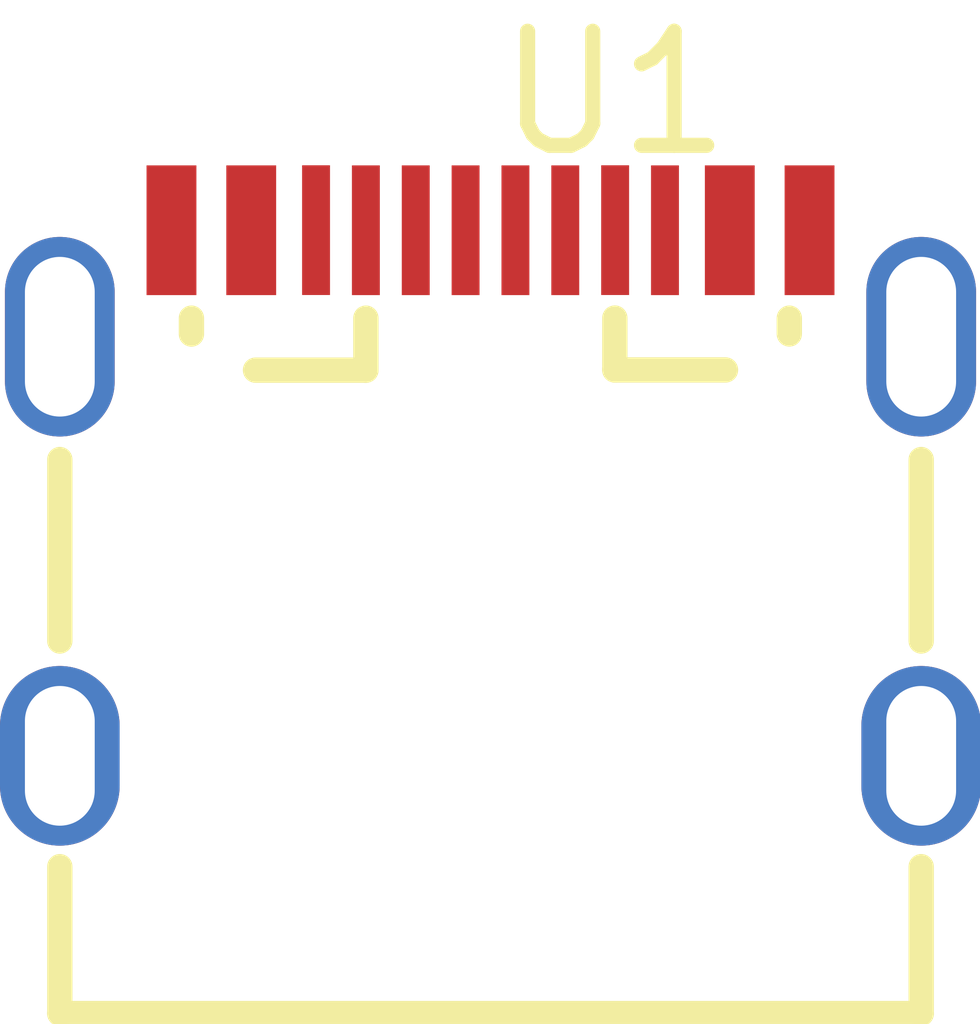
<source format=kicad_pcb>
(kicad_pcb (version 20171130) (host pcbnew "(5.1.5)-3") (page "A4") (layers (0 "F.Cu" signal) (31 "B.Cu" signal) (32 "B.Adhes" user) (33 "F.Adhes" user) (34 "B.Paste" user) (35 "F.Paste" user) (36 "B.SilkS" user) (37 "F.SilkS" user) (38 "B.Mask" user) (39 "F.Mask" user) (40 "Dwgs.User" user) (41 "Cmts.User" user) (42 "Eco1.User" user) (43 "Eco2.User" user) (44 "Edge.Cuts" user) (45 "Margin" user) (46 "B.CrtYd" user) (47 "F.CrtYd" user) (48 "B.Fab" user hide) (49 "F.Fab" user hide)) (net 0 "") (module "easyeda:USB-C-SMD_TYPE-C-USB-17" (layer "F.Cu") (at 12.7 12.7) (attr smd) (fp_text value "USB-C-SMD_TYPE-C-USB-17" (at 0 -5.783 0) (layer "F.Fab") hide (effects (font (size 1.143 1.143) (thickness 0.152)) (justify left))) (fp_text reference "U1" (at 0 -4.005 0) (layer "F.SilkS") (effects (font (size 1.143 1.143) (thickness 0.152)) (justify left))) (fp_line (start -3 -1.593) (end -3 -1.752) (width 0.254) (layer "F.SilkS")) (fp_line (start 4.32 5.217) (end -4.32 5.217) (width 0.254) (layer "F.SilkS")) (fp_line (start -2.357 -1.231) (end -1.25 -1.231) (width 0.254) (layer "F.SilkS")) (fp_line (start -1.25 -1.231) (end -1.25 -1.752) (width 0.254) (layer "F.SilkS")) (fp_line (start 1.247 -1.233) (end 1.247 -1.753) (width 0.254) (layer "F.SilkS")) (fp_line (start 2.997 -1.594) (end 2.997 -1.752) (width 0.254) (layer "F.SilkS")) (fp_line (start 1.247 -1.233) (end 2.357 -1.233) (width 0.254) (layer "F.SilkS")) (fp_line (start 4.32 5.217) (end 4.32 3.745) (width 0.254) (layer "F.SilkS")) (fp_line (start 4.32 1.483) (end 4.32 -0.335) (width 0.254) (layer "F.SilkS")) (fp_line (start -4.32 5.217) (end -4.32 3.745) (width 0.254) (layer "F.SilkS")) (fp_line (start -4.32 1.483) (end -4.32 -0.335) (width 0.254) (layer "F.SilkS")) (fp_poly (pts (xy 4.305 3.534) (xy 4.275 3.532) (xy 4.245 3.529) (xy 4.216 3.525) (xy 4.187 3.519) (xy 4.158 3.512) (xy 4.129 3.503) (xy 4.101 3.493) (xy 4.073 3.481) (xy 4.046 3.468) (xy 4.02 3.454) (xy 3.995 3.438) (xy 3.97 3.421) (xy 3.946 3.403) (xy 3.923 3.384) (xy 3.901 3.364) (xy 3.88 3.342) (xy 3.86 3.32) (xy 3.842 3.296) (xy 3.824 3.272) (xy 3.808 3.247) (xy 3.793 3.221) (xy 3.779 3.194) (xy 3.767 3.167) (xy 3.756 3.139) (xy 3.747 3.111) (xy 3.739 3.082) (xy 3.732 3.053) (xy 3.727 3.024) (xy 3.723 2.994) (xy 3.721 2.964) (xy 3.72 2.934) (xy 3.72 2.334) (xy 3.721 2.304) (xy 3.723 2.274) (xy 3.727 2.245) (xy 3.732 2.215) (xy 3.739 2.186) (xy 3.747 2.157) (xy 3.756 2.129) (xy 3.767 2.101) (xy 3.779 2.074) (xy 3.793 2.047) (xy 3.808 2.021) (xy 3.824 1.996) (xy 3.842 1.972) (xy 3.86 1.948) (xy 3.88 1.926) (xy 3.901 1.905) (xy 3.923 1.884) (xy 3.946 1.865) (xy 3.97 1.847) (xy 3.995 1.83) (xy 4.02 1.814) (xy 4.046 1.8) (xy 4.073 1.787) (xy 4.101 1.776) (xy 4.129 1.765) (xy 4.158 1.757) (xy 4.187 1.749) (xy 4.216 1.743) (xy 4.245 1.739) (xy 4.275 1.736) (xy 4.305 1.734) (xy 4.335 1.734) (xy 4.365 1.736) (xy 4.395 1.739) (xy 4.424 1.743) (xy 4.454 1.749) (xy 4.483 1.757) (xy 4.511 1.765) (xy 4.539 1.776) (xy 4.567 1.787) (xy 4.594 1.8) (xy 4.62 1.814) (xy 4.646 1.83) (xy 4.67 1.847) (xy 4.694 1.865) (xy 4.717 1.884) (xy 4.739 1.905) (xy 4.76 1.926) (xy 4.78 1.948) (xy 4.798 1.972) (xy 4.816 1.996) (xy 4.832 2.021) (xy 4.847 2.047) (xy 4.861 2.074) (xy 4.873 2.101) (xy 4.884 2.129) (xy 4.893 2.157) (xy 4.901 2.186) (xy 4.908 2.215) (xy 4.913 2.245) (xy 4.917 2.274) (xy 4.919 2.304) (xy 4.92 2.334) (xy 4.92 2.934) (xy 4.919 2.964) (xy 4.917 2.994) (xy 4.913 3.024) (xy 4.908 3.053) (xy 4.901 3.082) (xy 4.893 3.111) (xy 4.884 3.139) (xy 4.873 3.167) (xy 4.861 3.194) (xy 4.847 3.221) (xy 4.832 3.247) (xy 4.816 3.272) (xy 4.798 3.296) (xy 4.78 3.32) (xy 4.76 3.342) (xy 4.739 3.364) (xy 4.717 3.384) (xy 4.694 3.403) (xy 4.67 3.421) (xy 4.646 3.438) (xy 4.62 3.454) (xy 4.594 3.468) (xy 4.567 3.481) (xy 4.539 3.493) (xy 4.511 3.503) (xy 4.483 3.512) (xy 4.454 3.519) (xy 4.424 3.525) (xy 4.395 3.529) (xy 4.365 3.532) (xy 4.335 3.534)) (layer "F.Paste") (width 0)) (fp_poly (pts (xy -4.281 3.534) (xy -4.311 3.533) (xy -4.341 3.53) (xy -4.37 3.525) (xy -4.4 3.519) (xy -4.429 3.512) (xy -4.457 3.503) (xy -4.485 3.493) (xy -4.513 3.481) (xy -4.54 3.468) (xy -4.566 3.454) (xy -4.592 3.438) (xy -4.616 3.421) (xy -4.64 3.403) (xy -4.663 3.384) (xy -4.685 3.364) (xy -4.706 3.342) (xy -4.726 3.32) (xy -4.744 3.296) (xy -4.762 3.272) (xy -4.778 3.247) (xy -4.793 3.221) (xy -4.807 3.195) (xy -4.819 3.167) (xy -4.83 3.139) (xy -4.839 3.111) (xy -4.847 3.082) (xy -4.854 3.053) (xy -4.859 3.024) (xy -4.863 2.994) (xy -4.865 2.964) (xy -4.866 2.934) (xy -4.866 2.334) (xy -4.865 2.304) (xy -4.863 2.274) (xy -4.859 2.245) (xy -4.854 2.215) (xy -4.847 2.186) (xy -4.839 2.157) (xy -4.83 2.129) (xy -4.819 2.101) (xy -4.807 2.074) (xy -4.793 2.047) (xy -4.778 2.021) (xy -4.762 1.996) (xy -4.744 1.972) (xy -4.726 1.949) (xy -4.706 1.926) (xy -4.685 1.905) (xy -4.663 1.884) (xy -4.64 1.865) (xy -4.616 1.847) (xy -4.592 1.83) (xy -4.566 1.815) (xy -4.54 1.8) (xy -4.513 1.787) (xy -4.485 1.776) (xy -4.457 1.765) (xy -4.429 1.757) (xy -4.4 1.749) (xy -4.37 1.743) (xy -4.341 1.739) (xy -4.311 1.736) (xy -4.281 1.734) (xy -4.251 1.734) (xy -4.221 1.736) (xy -4.191 1.739) (xy -4.162 1.743) (xy -4.133 1.749) (xy -4.104 1.757) (xy -4.075 1.765) (xy -4.047 1.776) (xy -4.019 1.787) (xy -3.992 1.8) (xy -3.966 1.815) (xy -3.941 1.83) (xy -3.916 1.847) (xy -3.892 1.865) (xy -3.869 1.884) (xy -3.847 1.905) (xy -3.826 1.926) (xy -3.806 1.949) (xy -3.788 1.972) (xy -3.77 1.996) (xy -3.754 2.021) (xy -3.739 2.047) (xy -3.725 2.074) (xy -3.713 2.101) (xy -3.702 2.129) (xy -3.693 2.157) (xy -3.685 2.186) (xy -3.678 2.215) (xy -3.673 2.245) (xy -3.669 2.274) (xy -3.667 2.304) (xy -3.666 2.334) (xy -3.666 2.934) (xy -3.667 2.964) (xy -3.669 2.994) (xy -3.673 3.024) (xy -3.678 3.053) (xy -3.685 3.082) (xy -3.693 3.111) (xy -3.702 3.139) (xy -3.713 3.167) (xy -3.725 3.195) (xy -3.739 3.221) (xy -3.754 3.247) (xy -3.77 3.272) (xy -3.788 3.296) (xy -3.806 3.32) (xy -3.826 3.342) (xy -3.847 3.364) (xy -3.869 3.384) (xy -3.892 3.403) (xy -3.916 3.421) (xy -3.941 3.438) (xy -3.966 3.454) (xy -3.992 3.468) (xy -4.019 3.481) (xy -4.047 3.493) (xy -4.075 3.503) (xy -4.104 3.512) (xy -4.133 3.519) (xy -4.162 3.525) (xy -4.191 3.53) (xy -4.221 3.533) (xy -4.251 3.534)) (layer "F.Paste") (width 0)) (fp_poly (pts (xy -3.45 -3.283) (xy -2.95 -3.283) (xy -2.95 -1.983) (xy -3.45 -1.983)) (layer "F.Paste") (width 0)) (fp_poly (pts (xy -2.65 -3.283) (xy -2.15 -3.283) (xy -2.15 -1.983) (xy -2.65 -1.983)) (layer "F.Paste") (width 0)) (fp_poly (pts (xy -1.89 -3.284) (xy -1.61 -3.284) (xy -1.61 -1.984) (xy -1.89 -1.984)) (layer "F.Paste") (width 0)) (fp_poly (pts (xy -1.39 -3.283) (xy -1.11 -3.283) (xy -1.11 -1.983) (xy -1.39 -1.983)) (layer "F.Paste") (width 0)) (fp_poly (pts (xy -0.89 -3.283) (xy -0.61 -3.283) (xy -0.61 -1.983) (xy -0.89 -1.983)) (layer "F.Paste") (width 0)) (fp_poly (pts (xy -0.39 -3.283) (xy -0.11 -3.283) (xy -0.11 -1.983) (xy -0.39 -1.983)) (layer "F.Paste") (width 0)) (fp_poly (pts (xy 0.11 -3.283) (xy 0.39 -3.283) (xy 0.39 -1.983) (xy 0.11 -1.983)) (layer "F.Paste") (width 0)) (fp_poly (pts (xy 0.61 -3.283) (xy 0.89 -3.283) (xy 0.89 -1.983) (xy 0.61 -1.983)) (layer "F.Paste") (width 0)) (fp_poly (pts (xy 1.11 -3.284) (xy 1.39 -3.284) (xy 1.39 -1.984) (xy 1.11 -1.984)) (layer "F.Paste") (width 0)) (fp_poly (pts (xy 1.61 -3.283) (xy 1.89 -3.283) (xy 1.89 -1.983) (xy 1.61 -1.983)) (layer "F.Paste") (width 0)) (fp_poly (pts (xy 2.15 -3.283) (xy 2.65 -3.283) (xy 2.65 -1.983) (xy 2.15 -1.983)) (layer "F.Paste") (width 0)) (fp_poly (pts (xy 2.95 -3.283) (xy 3.45 -3.283) (xy 3.45 -1.983) (xy 2.95 -1.983)) (layer "F.Paste") (width 0)) (pad "" np_thru_hole circle (at -2.89 -0.956) (size 0.75 0.75) (drill 0.75) (layers "*.Cu" "*.Mask")) (pad "" np_thru_hole circle (at 2.89 -0.956) (size 0.75 0.75) (drill 0.75) (layers "*.Cu" "*.Mask")) (pad 0 thru_hole oval (at -4.32 2.634 0) (size 1.2 1.8) (layers "*.Cu" "*.Paste" "*.Mask") (drill oval 0.7 1.4)) (pad 0 thru_hole oval (at 4.32 2.634 0) (size 1.2 1.8) (layers "*.Cu" "*.Paste" "*.Mask") (drill oval 0.7 1.4)) (pad 0 thru_hole oval (at 4.32 -1.566 0) (size 1.1 2) (layers "*.Cu" "*.Paste" "*.Mask") (drill oval 0.7 1.6)) (pad 0 thru_hole oval (at -4.32 -1.566 0) (size 1.1 2) (layers "*.Cu" "*.Paste" "*.Mask") (drill oval 0.7 1.6)) (pad "A12" smd rect (at 3.2 -2.633 0) (size 0.5 1.3) (layers "F.Cu" "F.Paste" "F.Mask")) (pad "A9" smd rect (at 2.4 -2.633 0) (size 0.5 1.3) (layers "F.Cu" "F.Paste" "F.Mask")) (pad "B5" smd rect (at 1.75 -2.633 0) (size 0.28 1.3) (layers "F.Cu" "F.Paste" "F.Mask")) (pad "A8" smd rect (at 1.25 -2.634 0) (size 0.28 1.3) (layers "F.Cu" "F.Paste" "F.Mask")) (pad "B6" smd rect (at 0.75 -2.633 0) (size 0.28 1.3) (layers "F.Cu" "F.Paste" "F.Mask")) (pad "A7" smd rect (at 0.25 -2.633 0) (size 0.28 1.3) (layers "F.Cu" "F.Paste" "F.Mask")) (pad "A6" smd rect (at -0.25 -2.633 0) (size 0.28 1.3) (layers "F.Cu" "F.Paste" "F.Mask")) (pad "B7" smd rect (at -0.75 -2.633 0) (size 0.28 1.3) (layers "F.Cu" "F.Paste" "F.Mask")) (pad "A5" smd rect (at -1.25 -2.633 0) (size 0.28 1.3) (layers "F.Cu" "F.Paste" "F.Mask")) (pad "B8" smd rect (at -1.75 -2.634 0) (size 0.28 1.3) (layers "F.Cu" "F.Paste" "F.Mask")) (pad "A4" smd rect (at -2.4 -2.633 0) (size 0.5 1.3) (layers "F.Cu" "F.Paste" "F.Mask")) (pad "A1" smd rect (at -3.2 -2.633 0) (size 0.5 1.3) (layers "F.Cu" "F.Paste" "F.Mask")) (fp_text user gge159 (at 0 0) (layer "Cmts.User") (effects (font (size 1 1) (thickness 0.15))))))
</source>
